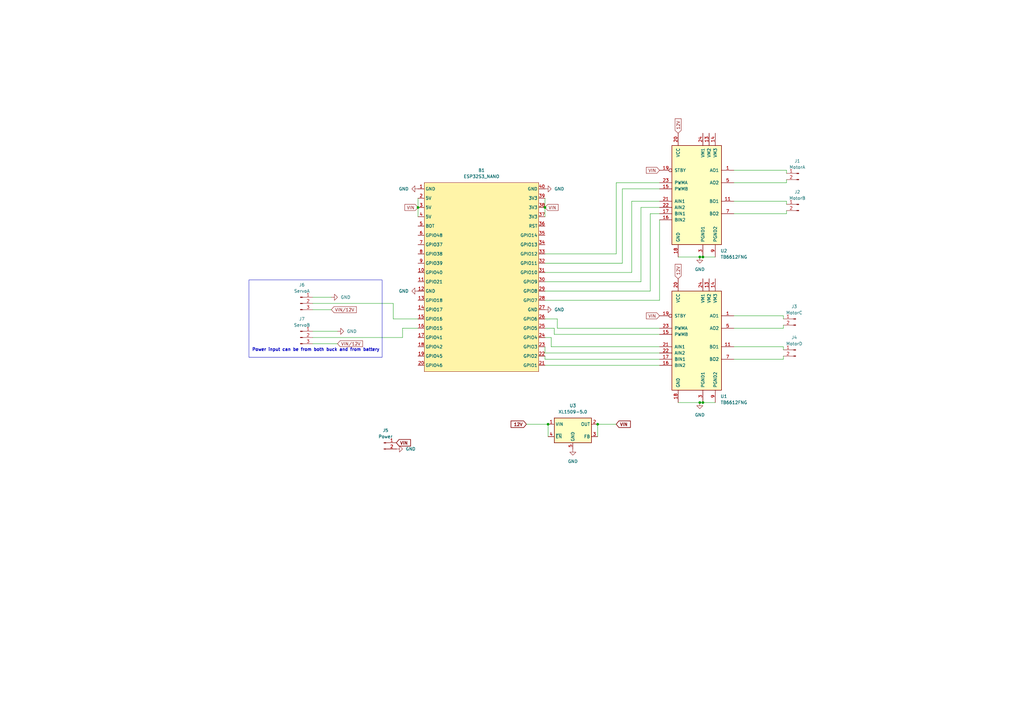
<source format=kicad_sch>
(kicad_sch (version 20250114) (generator "eeschema") (generator_version "9.0")
  (paper "A3")
  (lib_symbols
    (symbol "Connector:Conn_01x02_Pin" (pin_names (offset 1.016) (hide yes))
      (property "Reference" "J" (at 0 2.54 0))
      (property "Value" "Conn_01x02_Pin" (at 0 -5.08 0))
      (symbol "Conn_01x02_Pin_1_1"
        (rectangle (start 0.8636 0.127) (end 0 -0.127) (stroke (width 0.1524)) (fill (type outline)))
        (rectangle (start 0.8636 -2.413) (end 0 -2.667) (stroke (width 0.1524)) (fill (type outline)))
        (polyline (pts (xy 1.27 0) (xy 0.8636 0)) (stroke (width 0.1524)))
        (polyline (pts (xy 1.27 -2.54) (xy 0.8636 -2.54)) (stroke (width 0.1524)))
        (pin passive line (at 5.08 0 180) (length 3.81) (name "Pin_1") (number "1"))
        (pin passive line (at 5.08 -2.54 180) (length 3.81) (name "Pin_2") (number "2"))
      )
    )
    (symbol "Connector:Conn_01x03_Pin" (pin_names (offset 1.016) (hide yes))
      (property "Reference" "J" (at 0 5.08 0))
      (property "Value" "Conn_01x03_Pin" (at 0 -5.08 0))
      (symbol "Conn_01x03_Pin_1_1"
        (rectangle (start 0.8636 2.667) (end 0 2.413) (stroke (width 0.1524)) (fill (type outline)))
        (rectangle (start 0.8636 0.127) (end 0 -0.127) (stroke (width 0.1524)) (fill (type outline)))
        (rectangle (start 0.8636 -2.413) (end 0 -2.667) (stroke (width 0.1524)) (fill (type outline)))
        (polyline (pts (xy 1.27 2.54) (xy 0.8636 2.54)) (stroke (width 0.1524)))
        (polyline (pts (xy 1.27 0) (xy 0.8636 0)) (stroke (width 0.1524)))
        (polyline (pts (xy 1.27 -2.54) (xy 0.8636 -2.54)) (stroke (width 0.1524)))
        (pin passive line (at 5.08 2.54 180) (length 3.81) (name "Pin_1") (number "1"))
        (pin passive line (at 5.08 0 180) (length 3.81) (name "Pin_2") (number "2"))
        (pin passive line (at 5.08 -2.54 180) (length 3.81) (name "Pin_3") (number "3"))
      )
    )
    (symbol "Driver_Motor:TB6612FNG" (pin_names (offset 1.016))
      (property "Reference" "U" (at 11.43 17.78 0))
      (property "Value" "TB6612FNG" (at 11.43 15.24 0))
      (symbol "TB6612FNG_0_1"
        (rectangle (start -10.16 20.32) (end 10.16 -20.32) (stroke (width 0.254)) (fill (type background)))
      )
      (symbol "TB6612FNG_1_1"
        (pin input inverted (at -15.24 10.16 0) (length 5.08) (name "STBY") (number "19"))
        (pin input line (at -15.24 5.08 0) (length 5.08) (name "PWMA") (number "23"))
        (pin input line (at -15.24 2.54 0) (length 5.08) (name "PWMB") (number "15"))
        (pin input line (at -15.24 -2.54 0) (length 5.08) (name "AIN1") (number "21"))
        (pin input line (at -15.24 -5.08 0) (length 5.08) (name "AIN2") (number "22"))
        (pin input line (at -15.24 -7.62 0) (length 5.08) (name "BIN1") (number "17"))
        (pin input line (at -15.24 -10.16 0) (length 5.08) (name "BIN2") (number "16"))
        (pin power_in line (at -7.62 25.4 270) (length 5.08) (name "VCC") (number "20"))
        (pin power_in line (at -7.62 -25.4 90) (length 5.08) (name "GND") (number "18"))
        (pin power_in line (at 2.54 25.4 270) (length 5.08) (name "VM1") (number "24"))
        (pin power_in line (at 2.54 -25.4 90) (length 5.08) (name "PGND1") (number "3"))
        (pin passive line (at 2.54 -25.4 90) (length 5.08) (hide yes) (name "PGND1") (number "4"))
        (pin power_in line (at 5.08 25.4 270) (length 5.08) (name "VM2") (number "13"))
        (pin power_in line (at 7.62 25.4 270) (length 5.08) (name "VM3") (number "14"))
        (pin passive line (at 7.62 -25.4 90) (length 5.08) (hide yes) (name "PGND2") (number "10"))
        (pin power_in line (at 7.62 -25.4 90) (length 5.08) (name "PGND2") (number "9"))
        (pin output line (at 15.24 10.16 180) (length 5.08) (name "AO1") (number "1"))
        (pin passive line (at 15.24 10.16 180) (length 5.08) (hide yes) (name "AO1") (number "2"))
        (pin output line (at 15.24 5.08 180) (length 5.08) (name "AO2") (number "5"))
        (pin passive line (at 15.24 5.08 180) (length 5.08) (hide yes) (name "AO2") (number "6"))
        (pin output line (at 15.24 -2.54 180) (length 5.08) (name "BO1") (number "11"))
        (pin passive line (at 15.24 -2.54 180) (length 5.08) (hide yes) (name "BO1") (number "12"))
        (pin output line (at 15.24 -7.62 180) (length 5.08) (name "BO2") (number "7"))
        (pin passive line (at 15.24 -7.62 180) (length 5.08) (hide yes) (name "BO2") (number "8"))
      )
    )
    (symbol "ESP32S3_NANO:ESP32S3_NANO"
      (property "Reference" "B" (at 0 0 0))
      (property "Value" "ESP32S3_NANO" (at 0 0 0))
      (symbol "ESP32S3_NANO_1_1"
        (rectangle (start -22.86 -2.54) (end 24.13 -80.01) (fill (type color) (color 255 244 168 1)))
        (pin passive line (at -25.4 -5.08 0) (length 2.54) (name "GND") (number "1"))
        (pin power_in line (at -25.4 -8.89 0) (length 2.54) (name "5V") (number "2"))
        (pin power_in line (at -25.4 -12.7 0) (length 2.54) (name "5V") (number "3"))
        (pin power_in line (at -25.4 -16.51 0) (length 2.54) (name "5V") (number "4"))
        (pin bidirectional line (at -25.4 -20.32 0) (length 2.54) (name "BOT") (number "5"))
        (pin bidirectional line (at -25.4 -24.13 0) (length 2.54) (name "GPIO48") (number "6"))
        (pin bidirectional line (at -25.4 -27.94 0) (length 2.54) (name "GPIO37") (number "7"))
        (pin bidirectional line (at -25.4 -31.75 0) (length 2.54) (name "GPIO38") (number "8"))
        (pin bidirectional line (at -25.4 -35.56 0) (length 2.54) (name "GPIO39") (number "9"))
        (pin bidirectional line (at -25.4 -39.37 0) (length 2.54) (name "GPIO40") (number "10"))
        (pin bidirectional line (at -25.4 -43.18 0) (length 2.54) (name "GPIO21") (number "11"))
        (pin passive line (at -25.4 -46.99 0) (length 2.54) (name "GND") (number "12"))
        (pin bidirectional line (at -25.4 -50.8 0) (length 2.54) (name "GPIO18") (number "13"))
        (pin bidirectional line (at -25.4 -54.61 0) (length 2.54) (name "GPIO17") (number "14"))
        (pin power_in line (at -25.4 -58.42 0) (length 2.54) (name "GPIO16") (number "15"))
        (pin bidirectional line (at -25.4 -62.23 0) (length 2.54) (name "GPIO15") (number "16"))
        (pin bidirectional line (at -25.4 -66.04 0) (length 2.54) (name "GPIO41") (number "17"))
        (pin bidirectional line (at -25.4 -69.85 0) (length 2.54) (name "GPIO42") (number "18"))
        (pin bidirectional line (at -25.4 -73.66 0) (length 2.54) (name "GPIO45") (number "19"))
        (pin bidirectional line (at -25.4 -77.47 0) (length 2.54) (name "GPIO46") (number "20"))
        (pin output line (at 26.67 -5.08 180) (length 2.54) (name "GND") (number "40"))
        (pin bidirectional line (at 26.67 -8.89 180) (length 2.54) (name "3V3") (number "39"))
        (pin bidirectional line (at 26.67 -12.7 180) (length 2.54) (name "3V3") (number "38"))
        (pin bidirectional line (at 26.67 -16.51 180) (length 2.54) (name "3V3") (number "37"))
        (pin input line (at 26.67 -20.32 180) (length 2.54) (name "RST") (number "36"))
        (pin output line (at 26.67 -24.13 180) (length 2.54) (name "GPIO14") (number "35"))
        (pin output line (at 26.67 -27.94 180) (length 2.54) (name "GPIO13") (number "34"))
        (pin output line (at 26.67 -31.75 180) (length 2.54) (name "GPIO12") (number "33"))
        (pin output line (at 26.67 -35.56 180) (length 2.54) (name "GPIO11") (number "32"))
        (pin output line (at 26.67 -39.37 180) (length 2.54) (name "GPIO10") (number "31"))
        (pin output line (at 26.67 -43.18 180) (length 2.54) (name "GPIO9") (number "30"))
        (pin output line (at 26.67 -46.99 180) (length 2.54) (name "GPIO8") (number "29"))
        (pin output line (at 26.67 -50.8 180) (length 2.54) (name "GPIO7") (number "28"))
        (pin output line (at 26.67 -54.61 180) (length 2.54) (name "GND") (number "27"))
        (pin output line (at 26.67 -58.42 180) (length 2.54) (name "GPIO6") (number "26"))
        (pin output line (at 26.67 -62.23 180) (length 2.54) (name "GPIO5") (number "25"))
        (pin output line (at 26.67 -66.04 180) (length 2.54) (name "GPIO4") (number "24"))
        (pin output line (at 26.67 -69.85 180) (length 2.54) (name "GPIO3") (number "23"))
        (pin output line (at 26.67 -73.66 180) (length 2.54) (name "GPIO2") (number "22"))
        (pin output line (at 26.67 -77.47 180) (length 2.54) (name "GPIO1") (number "21"))
      )
    )
    (symbol "Regulator_Switching:XL1509-5.0"
      (property "Reference" "U" (at -7.112 6.096 0))
      (property "Value" "XL1509-5.0" (at 5.842 6.096 0))
      (symbol "XL1509-5.0_0_1"
        (rectangle (start -7.62 5.08) (end 7.62 -5.08) (stroke (width 0.254)) (fill (type background)))
      )
      (symbol "XL1509-5.0_1_1"
        (pin power_in line (at -10.16 2.54 0) (length 2.54) (name "VIN") (number "1"))
        (pin input line (at -10.16 -2.54 0) (length 2.54) (name "~{EN}") (number "4"))
        (pin power_in line (at 0 -7.62 90) (length 2.54) (name "GND") (number "5"))
        (pin passive line (at 0 -7.62 90) (length 2.54) (hide yes) (name "GND") (number "6"))
        (pin passive line (at 0 -7.62 90) (length 2.54) (hide yes) (name "GND") (number "7"))
        (pin passive line (at 0 -7.62 90) (length 2.54) (hide yes) (name "GND") (number "8"))
        (pin power_out line (at 10.16 2.54 180) (length 2.54) (name "OUT") (number "2"))
        (pin input line (at 10.16 -2.54 180) (length 2.54) (name "FB") (number "3"))
      )
    )
    (symbol "power:GND" (power) (pin_numbers (hide yes)) (pin_names (offset 0) (hide yes))
      (property "Value" "GND" (at 0 -3.81 0))
      (symbol "GND_0_1"
        (polyline (pts (xy 0 0) (xy 0 -1.27) (xy 1.27 -1.27) (xy 0 -2.54) (xy -1.27 -1.27) (xy 0 -1.27)))
      )
      (symbol "GND_1_1"
        (pin power_in line (at 0 0 270) (length 0) (name "~") (number "1"))
      )
    )
  )
  (rectangle (start 102.108 114.808) (end 156.718 146.558))
  (text "Power input can be from both buck and from battery" (at 129.54 143.51 0) (effects (font (size 1.27 1.27) (thickness 0.254) (bold yes))))
  (junction (at 245.11 173.99))
  (junction (at 287.02 105.41))
  (junction (at 224.79 173.99))
  (junction (at 223.52 85.09))
  (junction (at 171.45 85.09))
  (junction (at 287.02 165.1))
  (junction (at 288.29 105.41))
  (junction (at 288.29 165.1))
  (wire (pts (xy 228.6 130.81) (xy 228.6 134.62)))
  (wire (pts (xy 322.58 87.63) (xy 322.58 86.36)))
  (wire (pts (xy 223.52 85.09) (xy 223.52 88.9)))
  (wire (pts (xy 161.29 124.46) (xy 128.27 124.46)))
  (wire (pts (xy 223.52 119.38) (xy 266.7 119.38)))
  (wire (pts (xy 223.52 115.57) (xy 262.89 115.57)))
  (wire (pts (xy 128.27 135.89) (xy 138.43 135.89)))
  (wire (pts (xy 321.31 129.54) (xy 321.31 130.81)))
  (wire (pts (xy 223.52 147.32) (xy 270.51 147.32)))
  (wire (pts (xy 128.27 127) (xy 135.89 127)))
  (wire (pts (xy 321.31 142.24) (xy 321.31 143.51)))
  (wire (pts (xy 223.52 104.14) (xy 252.73 104.14)))
  (wire (pts (xy 266.7 87.63) (xy 270.51 87.63)))
  (wire (pts (xy 322.58 74.93) (xy 322.58 73.66)))
  (wire (pts (xy 278.13 165.1) (xy 287.02 165.1)))
  (wire (pts (xy 227.33 137.16) (xy 270.51 137.16)))
  (wire (pts (xy 161.29 130.81) (xy 161.29 124.46)))
  (wire (pts (xy 300.99 87.63) (xy 322.58 87.63)))
  (wire (pts (xy 171.45 134.62) (xy 165.1 134.62)))
  (wire (pts (xy 300.99 129.54) (xy 321.31 129.54)))
  (wire (pts (xy 223.52 134.62) (xy 227.33 134.62)))
  (wire (pts (xy 252.73 173.99) (xy 245.11 173.99)))
  (wire (pts (xy 223.52 130.81) (xy 228.6 130.81)))
  (wire (pts (xy 226.06 142.24) (xy 270.51 142.24)))
  (wire (pts (xy 223.52 81.28) (xy 223.52 85.09)))
  (wire (pts (xy 270.51 123.19) (xy 270.51 90.17)))
  (wire (pts (xy 171.45 130.81) (xy 161.29 130.81)))
  (wire (pts (xy 300.99 82.55) (xy 322.58 82.55)))
  (wire (pts (xy 300.99 147.32) (xy 321.31 147.32)))
  (wire (pts (xy 165.1 134.62) (xy 165.1 138.43)))
  (wire (pts (xy 262.89 85.09) (xy 270.51 85.09)))
  (wire (pts (xy 128.27 140.97) (xy 138.43 140.97)))
  (wire (pts (xy 252.73 74.93) (xy 270.51 74.93)))
  (wire (pts (xy 255.27 107.95) (xy 255.27 77.47)))
  (wire (pts (xy 322.58 82.55) (xy 322.58 83.82)))
  (wire (pts (xy 223.52 149.86) (xy 270.51 149.86)))
  (wire (pts (xy 288.29 165.1) (xy 293.37 165.1)))
  (wire (pts (xy 223.52 146.05) (xy 223.52 147.32)))
  (wire (pts (xy 287.02 105.41) (xy 288.29 105.41)))
  (wire (pts (xy 278.13 105.41) (xy 287.02 105.41)))
  (wire (pts (xy 300.99 69.85) (xy 322.58 69.85)))
  (wire (pts (xy 227.33 134.62) (xy 227.33 137.16)))
  (wire (pts (xy 223.52 138.43) (xy 226.06 138.43)))
  (wire (pts (xy 262.89 115.57) (xy 262.89 85.09)))
  (wire (pts (xy 223.52 107.95) (xy 255.27 107.95)))
  (wire (pts (xy 300.99 134.62) (xy 321.31 134.62)))
  (wire (pts (xy 300.99 74.93) (xy 322.58 74.93)))
  (wire (pts (xy 259.08 111.76) (xy 259.08 82.55)))
  (wire (pts (xy 224.79 179.07) (xy 224.79 173.99)))
  (wire (pts (xy 228.6 134.62) (xy 270.51 134.62)))
  (wire (pts (xy 223.52 142.24) (xy 223.52 144.78)))
  (wire (pts (xy 223.52 144.78) (xy 270.51 144.78)))
  (wire (pts (xy 223.52 111.76) (xy 259.08 111.76)))
  (wire (pts (xy 300.99 142.24) (xy 321.31 142.24)))
  (wire (pts (xy 322.58 69.85) (xy 322.58 71.12)))
  (wire (pts (xy 171.45 81.28) (xy 171.45 85.09)))
  (wire (pts (xy 321.31 147.32) (xy 321.31 146.05)))
  (wire (pts (xy 165.1 138.43) (xy 128.27 138.43)))
  (wire (pts (xy 223.52 123.19) (xy 270.51 123.19)))
  (wire (pts (xy 128.27 121.92) (xy 135.89 121.92)))
  (wire (pts (xy 259.08 82.55) (xy 270.51 82.55)))
  (wire (pts (xy 252.73 104.14) (xy 252.73 74.93)))
  (wire (pts (xy 245.11 173.99) (xy 245.11 179.07)))
  (wire (pts (xy 171.45 85.09) (xy 171.45 88.9)))
  (wire (pts (xy 266.7 119.38) (xy 266.7 87.63)))
  (wire (pts (xy 288.29 105.41) (xy 293.37 105.41)))
  (wire (pts (xy 255.27 77.47) (xy 270.51 77.47)))
  (wire (pts (xy 215.9 173.99) (xy 224.79 173.99)))
  (wire (pts (xy 226.06 138.43) (xy 226.06 142.24)))
  (wire (pts (xy 287.02 165.1) (xy 288.29 165.1)))
  (wire (pts (xy 321.31 134.62) (xy 321.31 133.35)))
  (global_label "VIN" (shape input) (at 270.51 129.54 180) (property "Intersheetrefs" "${INTERSHEET_REFS}" (effects (hide yes))))
  (global_label "12V" (shape input) (at 278.13 54.61 90) (property "Intersheetrefs" "${INTERSHEET_REFS}" (effects (hide yes))))
  (global_label "VIN" (shape input) (at 252.73 173.99 0) (effects (font (thickness 0.254) (bold yes))) (property "Intersheetrefs" "${INTERSHEET_REFS}" (effects (hide yes))))
  (global_label "12V" (shape input) (at 215.9 173.99 180) (effects (font (thickness 0.254) (bold yes))) (property "Intersheetrefs" "${INTERSHEET_REFS}" (effects (hide yes))))
  (global_label "VIN" (shape input) (at 171.45 85.09 180) (property "Intersheetrefs" "${INTERSHEET_REFS}" (effects (hide yes))))
  (global_label "12V" (shape input) (at 278.13 114.3 90) (property "Intersheetrefs" "${INTERSHEET_REFS}" (effects (hide yes))))
  (global_label "VIN{slash}12V" (shape input) (at 138.43 140.97 0) (property "Intersheetrefs" "${INTERSHEET_REFS}" (effects (hide yes))))
  (global_label "VIN" (shape input) (at 223.52 85.09 0) (property "Intersheetrefs" "${INTERSHEET_REFS}" (effects (hide yes))))
  (global_label "VIN" (shape input) (at 162.56 181.61 0) (effects (font (thickness 0.254) (bold yes))) (property "Intersheetrefs" "${INTERSHEET_REFS}" (effects (hide yes))))
  (global_label "VIN" (shape input) (at 270.51 69.85 180) (property "Intersheetrefs" "${INTERSHEET_REFS}" (effects (hide yes))))
  (global_label "VIN{slash}12V" (shape input) (at 135.89 127 0) (property "Intersheetrefs" "${INTERSHEET_REFS}" (effects (hide yes))))
  (symbol (lib_id "power:GND") (at 234.95 184.15 0) (unit 1)
    (property "Reference" "#PWR010" (effects (hide yes)))
    (property "Value" "GND" (at 234.95 189.23 0))
    (property "Description" "Power symbol creates a global label with name \"GND\" , ground" (effects (hide yes)))
  )
  (symbol (lib_id "power:GND") (at 223.52 127 90) (unit 1)
    (property "Reference" "#PWR03" (effects (hide yes)))
    (property "Value" "GND" (at 227.33 126.9999 90) (effects (justify right)))
    (property "Description" "Power symbol creates a global label with name \"GND\" , ground" (effects (hide yes)))
  )
  (symbol (lib_id "Connector:Conn_01x03_Pin") (at 123.19 124.46 0) (unit 1)
    (property "Reference" "J6" (at 123.825 116.84 0))
    (property "Value" "ServoA" (at 123.825 119.38 0))
    (property "Description" "Generic connector, single row, 01x03, script generated" (effects (hide yes)))
  )
  (symbol (lib_id "power:GND") (at 287.02 165.1 0) (unit 1)
    (property "Reference" "#PWR05" (effects (hide yes)))
    (property "Value" "GND" (at 287.02 170.18 0))
    (property "Description" "Power symbol creates a global label with name \"GND\" , ground" (effects (hide yes)))
  )
  (symbol (lib_id "Connector:Conn_01x02_Pin") (at 326.39 130.81 0) (mirror y) (unit 1)
    (property "Reference" "J3" (at 325.755 125.73 0))
    (property "Value" "MotorC" (at 325.755 128.27 0))
    (property "Description" "Generic connector, single row, 01x02, script generated" (effects (hide yes)))
  )
  (symbol (lib_id "Regulator_Switching:XL1509-5.0") (at 234.95 176.53 0) (unit 1)
    (property "Reference" "U3" (at 234.95 166.37 0))
    (property "Value" "XL1509-5.0" (at 234.95 168.91 0))
    (property "Footprint" "Package_SO:SOIC-8_3.9x4.9mm_P1.27mm" (effects (hide yes)))
    (property "Datasheet" "https://datasheet.lcsc.com/lcsc/1809050422_XLSEMI-XL1509-5-0E1_C61063.pdf" (effects (hide yes)))
    (property "Description" "Buck DC/DC Converter, 2A, 5V Output Voltage, 7-40V Input Voltage" (effects (hide yes)))
  )
  (symbol (lib_id "Driver_Motor:TB6612FNG") (at 285.75 80.01 0) (unit 1)
    (property "Reference" "U2" (at 295.5133 102.87 0) (effects (justify left)))
    (property "Value" "TB6612FNG" (at 295.5133 105.41 0) (effects (justify left)))
    (property "Footprint" "Package_SO:SSOP-24_5.3x8.2mm_P0.65mm" (effects (hide yes)))
    (property "Datasheet" "https://toshiba.semicon-storage.com/us/product/linear/motordriver/detail.TB6612FNG.html" (effects (hide yes)))
    (property "Description" "Driver IC for Dual DC motor, SSOP-24" (effects (hide yes)))
  )
  (symbol (lib_id "Connector:Conn_01x03_Pin") (at 123.19 138.43 0) (unit 1)
    (property "Reference" "J7" (at 123.825 130.81 0))
    (property "Value" "ServoB" (at 123.825 133.35 0))
    (property "Description" "Generic connector, single row, 01x03, script generated" (effects (hide yes)))
  )
  (symbol (lib_id "power:GND") (at 162.56 184.15 90) (unit 1)
    (property "Reference" "#PWR09" (effects (hide yes)))
    (property "Value" "GND" (at 166.37 184.1499 90) (effects (justify right)))
    (property "Description" "Power symbol creates a global label with name \"GND\" , ground" (effects (hide yes)))
  )
  (symbol (lib_id "power:GND") (at 171.45 119.38 270) (unit 1)
    (property "Reference" "#PWR02" (effects (hide yes)))
    (property "Value" "GND" (at 167.64 119.3799 90) (effects (justify right)))
    (property "Description" "Power symbol creates a global label with name \"GND\" , ground" (effects (hide yes)))
  )
  (symbol (lib_id "Connector:Conn_01x02_Pin") (at 157.48 181.61 0) (unit 1)
    (property "Reference" "J5" (at 158.115 176.53 0))
    (property "Value" "Power" (at 158.115 179.07 0))
    (property "Description" "Generic connector, single row, 01x02, script generated" (effects (hide yes)))
  )
  (symbol (lib_id "power:GND") (at 138.43 135.89 90) (mirror x) (unit 1)
    (property "Reference" "#PWR07" (effects (hide yes)))
    (property "Value" "GND" (at 142.24 135.8899 90) (effects (justify right)))
    (property "Description" "Power symbol creates a global label with name \"GND\" , ground" (effects (hide yes)))
  )
  (symbol (lib_id "power:GND") (at 223.52 77.47 90) (unit 1)
    (property "Reference" "#PWR04" (effects (hide yes)))
    (property "Value" "GND" (at 227.33 77.4699 90) (effects (justify right)))
    (property "Description" "Power symbol creates a global label with name \"GND\" , ground" (effects (hide yes)))
  )
  (symbol (lib_id "Connector:Conn_01x02_Pin") (at 326.39 143.51 0) (mirror y) (unit 1)
    (property "Reference" "J4" (at 325.755 138.43 0))
    (property "Value" "MotorD" (at 325.755 140.97 0))
    (property "Description" "Generic connector, single row, 01x02, script generated" (effects (hide yes)))
  )
  (symbol (lib_id "Driver_Motor:TB6612FNG") (at 285.75 139.7 0) (unit 1)
    (property "Reference" "U1" (at 295.5133 162.56 0) (effects (justify left)))
    (property "Value" "TB6612FNG" (at 295.5133 165.1 0) (effects (justify left)))
    (property "Footprint" "Package_SO:SSOP-24_5.3x8.2mm_P0.65mm" (effects (hide yes)))
    (property "Datasheet" "https://toshiba.semicon-storage.com/us/product/linear/motordriver/detail.TB6612FNG.html" (effects (hide yes)))
    (property "Description" "Driver IC for Dual DC motor, SSOP-24" (effects (hide yes)))
  )
  (symbol (lib_id "power:GND") (at 135.89 121.92 90) (mirror x) (unit 1)
    (property "Reference" "#PWR06" (effects (hide yes)))
    (property "Value" "GND" (at 139.7 121.9199 90) (effects (justify right)))
    (property "Description" "Power symbol creates a global label with name \"GND\" , ground" (effects (hide yes)))
  )
  (symbol (lib_id "Connector:Conn_01x02_Pin") (at 327.66 71.12 0) (mirror y) (unit 1)
    (property "Reference" "J1" (at 327.025 66.04 0))
    (property "Value" "MotorA" (at 327.025 68.58 0))
    (property "Description" "Generic connector, single row, 01x02, script generated" (effects (hide yes)))
  )
  (symbol (lib_id "ESP32S3_NANO:ESP32S3_NANO") (at 196.85 72.39 0) (unit 1)
    (property "Reference" "B1" (at 197.485 69.85 0))
    (property "Value" "ESP32S3_NANO" (at 197.485 72.39 0))
    (property "Footprint" "ESP32S3_NANO:ESP32S3_NANO" (effects (hide yes)))
  )
  (symbol (lib_id "power:GND") (at 287.02 105.41 0) (unit 1)
    (property "Reference" "#PWR08" (effects (hide yes)))
    (property "Value" "GND" (at 287.02 110.49 0))
    (property "Description" "Power symbol creates a global label with name \"GND\" , ground" (effects (hide yes)))
  )
  (symbol (lib_id "power:GND") (at 171.45 77.47 270) (unit 1)
    (property "Reference" "#PWR01" (effects (hide yes)))
    (property "Value" "GND" (at 167.64 77.4699 90) (effects (justify right)))
    (property "Description" "Power symbol creates a global label with name \"GND\" , ground" (effects (hide yes)))
  )
  (symbol (lib_id "Connector:Conn_01x02_Pin") (at 327.66 83.82 0) (mirror y) (unit 1)
    (property "Reference" "J2" (at 327.025 78.74 0))
    (property "Value" "MotorB" (at 327.025 81.28 0))
    (property "Description" "Generic connector, single row, 01x02, script generated" (effects (hide yes)))
  )
)
</source>
